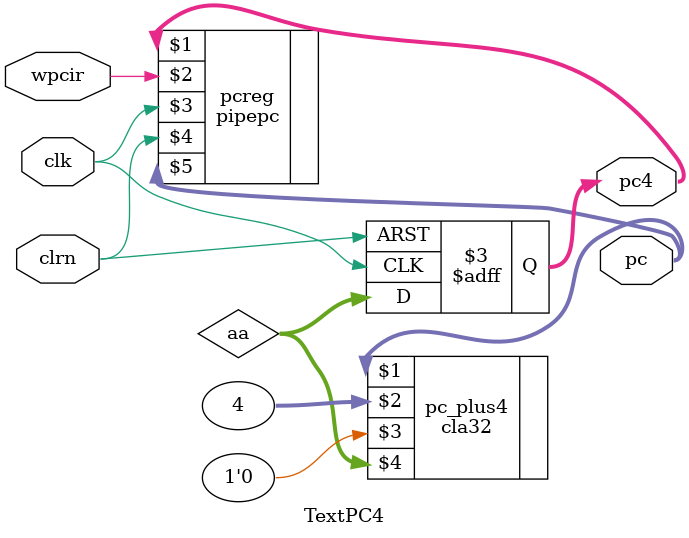
<source format=v>
`timescale 1ns / 1ps


module TextPC4(clk,clrn,wpcir,pc,pc4);
    input clk,clrn,wpcir;
    output [31:0] pc;
    wire [31:0] aa;
    output reg [31:0] pc4;
    always @(posedge clk or negedge clrn)
    begin
    if(clrn==1'b0)
        pc4=32'd0;
     else
        pc4 = aa;
    end
    //reg [31:0] pc4;
    pipepc pcreg(pc4,wpcir,clk,clrn,pc);
    cla32 pc_plus4 (pc,32'h4,1'b0,aa);
endmodule

</source>
